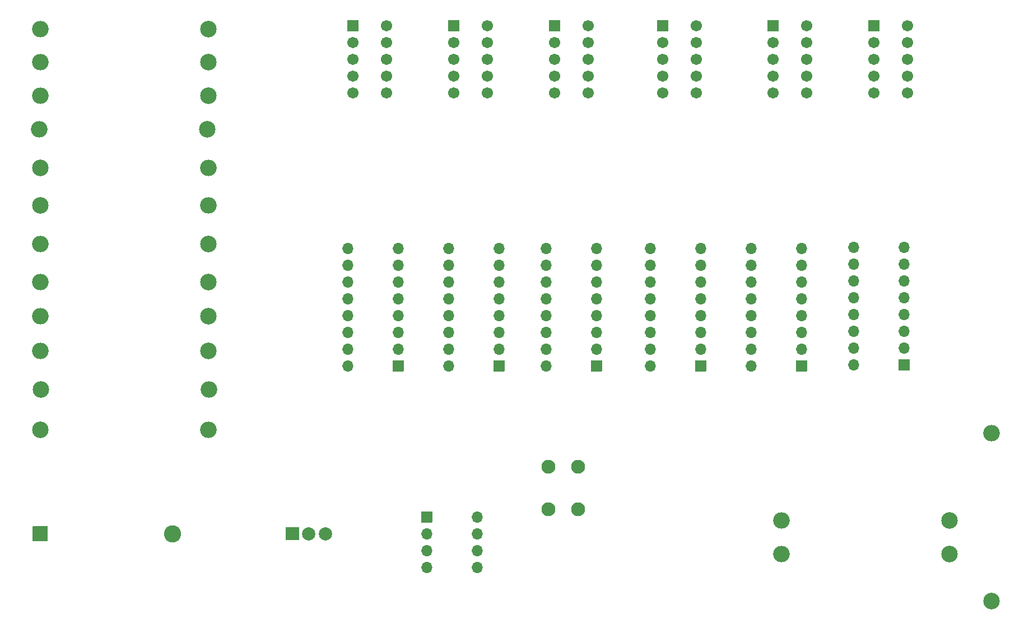
<source format=gbs>
%TF.GenerationSoftware,KiCad,Pcbnew,5.1.8+dfsg1-1*%
%TF.CreationDate,2020-11-15T23:58:27-05:00*%
%TF.ProjectId,cap_pcb,6361705f-7063-4622-9e6b-696361645f70,rev?*%
%TF.SameCoordinates,Original*%
%TF.FileFunction,Soldermask,Bot*%
%TF.FilePolarity,Negative*%
%FSLAX46Y46*%
G04 Gerber Fmt 4.6, Leading zero omitted, Abs format (unit mm)*
G04 Created by KiCad (PCBNEW 5.1.8+dfsg1-1) date 2020-11-15 23:58:27*
%MOMM*%
%LPD*%
G01*
G04 APERTURE LIST*
%ADD10O,2.501600X2.501600*%
%ADD11C,2.501600*%
%ADD12O,1.701600X1.701600*%
%ADD13C,2.101600*%
%ADD14C,2.601600*%
%ADD15C,2.001600*%
%ADD16C,1.701600*%
G04 APERTURE END LIST*
D10*
%TO.C,R13*%
X81280000Y-32893000D03*
D11*
X106680000Y-32893000D03*
%TD*%
%TO.C,U3*%
G36*
G01*
X136232800Y-83020000D02*
X136232800Y-84620000D01*
G75*
G02*
X136182000Y-84670800I-50800J0D01*
G01*
X134582000Y-84670800D01*
G75*
G02*
X134531200Y-84620000I0J50800D01*
G01*
X134531200Y-83020000D01*
G75*
G02*
X134582000Y-82969200I50800J0D01*
G01*
X136182000Y-82969200D01*
G75*
G02*
X136232800Y-83020000I0J-50800D01*
G01*
G37*
D12*
X127762000Y-66040000D03*
X135382000Y-81280000D03*
X127762000Y-68580000D03*
X135382000Y-78740000D03*
X127762000Y-71120000D03*
X135382000Y-76200000D03*
X127762000Y-73660000D03*
X135382000Y-73660000D03*
X127762000Y-76200000D03*
X135382000Y-71120000D03*
X127762000Y-78740000D03*
X135382000Y-68580000D03*
X127762000Y-81280000D03*
X135382000Y-66040000D03*
X127762000Y-83820000D03*
%TD*%
D13*
%TO.C,SW1*%
X162560000Y-105560000D03*
X158060000Y-105560000D03*
X162560000Y-99060000D03*
X158060000Y-99060000D03*
%TD*%
D10*
%TO.C,R14*%
X225044000Y-93980000D03*
D11*
X225044000Y-119380000D03*
%TD*%
%TO.C,BAT1*%
G36*
G01*
X80144200Y-110305000D02*
X80144200Y-108135000D01*
G75*
G02*
X80195000Y-108084200I50800J0D01*
G01*
X82365000Y-108084200D01*
G75*
G02*
X82415800Y-108135000I0J-50800D01*
G01*
X82415800Y-110305000D01*
G75*
G02*
X82365000Y-110355800I-50800J0D01*
G01*
X80195000Y-110355800D01*
G75*
G02*
X80144200Y-110305000I0J50800D01*
G01*
G37*
D14*
X101280000Y-109220000D03*
%TD*%
D10*
%TO.C,R0*%
X193294000Y-107188000D03*
D11*
X218694000Y-107188000D03*
%TD*%
%TO.C,R1*%
X218694000Y-112268000D03*
D10*
X193294000Y-112268000D03*
%TD*%
%TO.C,R2*%
X81280000Y-42926000D03*
D11*
X106680000Y-42926000D03*
%TD*%
%TO.C,R3*%
X106680000Y-76327000D03*
D10*
X81280000Y-76327000D03*
%TD*%
%TO.C,R4*%
X106680000Y-93472000D03*
D11*
X81280000Y-93472000D03*
%TD*%
D10*
%TO.C,R5*%
X106680000Y-59563000D03*
D11*
X81280000Y-59563000D03*
%TD*%
D10*
%TO.C,R6*%
X106807000Y-87376000D03*
D11*
X81407000Y-87376000D03*
%TD*%
%TO.C,R7*%
X81280000Y-53848000D03*
D10*
X106680000Y-53848000D03*
%TD*%
%TO.C,R8*%
X81280000Y-81534000D03*
D11*
X106680000Y-81534000D03*
%TD*%
%TO.C,R9*%
X106553000Y-48006000D03*
D10*
X81153000Y-48006000D03*
%TD*%
%TO.C,R10*%
X81280000Y-71120000D03*
D11*
X106680000Y-71120000D03*
%TD*%
D10*
%TO.C,R11*%
X81280000Y-37846000D03*
D11*
X106680000Y-37846000D03*
%TD*%
D10*
%TO.C,R12*%
X81280000Y-65405000D03*
D11*
X106680000Y-65405000D03*
%TD*%
%TO.C,S1*%
G36*
G01*
X118379200Y-110170000D02*
X118379200Y-108270000D01*
G75*
G02*
X118430000Y-108219200I50800J0D01*
G01*
X120330000Y-108219200D01*
G75*
G02*
X120380800Y-108270000I0J-50800D01*
G01*
X120380800Y-110170000D01*
G75*
G02*
X120330000Y-110220800I-50800J0D01*
G01*
X118430000Y-110220800D01*
G75*
G02*
X118379200Y-110170000I0J50800D01*
G01*
G37*
D15*
X121880000Y-109220000D03*
X124380000Y-109220000D03*
%TD*%
%TO.C,U0*%
G36*
G01*
X138849200Y-107480000D02*
X138849200Y-105880000D01*
G75*
G02*
X138900000Y-105829200I50800J0D01*
G01*
X140500000Y-105829200D01*
G75*
G02*
X140550800Y-105880000I0J-50800D01*
G01*
X140550800Y-107480000D01*
G75*
G02*
X140500000Y-107530800I-50800J0D01*
G01*
X138900000Y-107530800D01*
G75*
G02*
X138849200Y-107480000I0J50800D01*
G01*
G37*
D12*
X147320000Y-114300000D03*
X139700000Y-109220000D03*
X147320000Y-111760000D03*
X139700000Y-111760000D03*
X147320000Y-109220000D03*
X139700000Y-114300000D03*
X147320000Y-106680000D03*
%TD*%
%TO.C,U1*%
G36*
G01*
X181952800Y-83020000D02*
X181952800Y-84620000D01*
G75*
G02*
X181902000Y-84670800I-50800J0D01*
G01*
X180302000Y-84670800D01*
G75*
G02*
X180251200Y-84620000I0J50800D01*
G01*
X180251200Y-83020000D01*
G75*
G02*
X180302000Y-82969200I50800J0D01*
G01*
X181902000Y-82969200D01*
G75*
G02*
X181952800Y-83020000I0J-50800D01*
G01*
G37*
X173482000Y-66040000D03*
X181102000Y-81280000D03*
X173482000Y-68580000D03*
X181102000Y-78740000D03*
X173482000Y-71120000D03*
X181102000Y-76200000D03*
X173482000Y-73660000D03*
X181102000Y-73660000D03*
X173482000Y-76200000D03*
X181102000Y-71120000D03*
X173482000Y-78740000D03*
X181102000Y-68580000D03*
X173482000Y-81280000D03*
X181102000Y-66040000D03*
X173482000Y-83820000D03*
%TD*%
%TO.C,U2*%
G36*
G01*
X174536200Y-33185000D02*
X174536200Y-31585000D01*
G75*
G02*
X174587000Y-31534200I50800J0D01*
G01*
X176187000Y-31534200D01*
G75*
G02*
X176237800Y-31585000I0J-50800D01*
G01*
X176237800Y-33185000D01*
G75*
G02*
X176187000Y-33235800I-50800J0D01*
G01*
X174587000Y-33235800D01*
G75*
G02*
X174536200Y-33185000I0J50800D01*
G01*
G37*
D16*
X175387000Y-34925000D03*
X175387000Y-37465000D03*
X175387000Y-40005000D03*
X175387000Y-42545000D03*
X180467000Y-42545000D03*
X180467000Y-40005000D03*
X180467000Y-37465000D03*
X180467000Y-34925000D03*
X180467000Y-32385000D03*
%TD*%
%TO.C,U4*%
G36*
G01*
X127673200Y-33185000D02*
X127673200Y-31585000D01*
G75*
G02*
X127724000Y-31534200I50800J0D01*
G01*
X129324000Y-31534200D01*
G75*
G02*
X129374800Y-31585000I0J-50800D01*
G01*
X129374800Y-33185000D01*
G75*
G02*
X129324000Y-33235800I-50800J0D01*
G01*
X127724000Y-33235800D01*
G75*
G02*
X127673200Y-33185000I0J50800D01*
G01*
G37*
X128524000Y-34925000D03*
X128524000Y-37465000D03*
X128524000Y-40005000D03*
X128524000Y-42545000D03*
X133604000Y-42545000D03*
X133604000Y-40005000D03*
X133604000Y-37465000D03*
X133604000Y-34925000D03*
X133604000Y-32385000D03*
%TD*%
%TO.C,U5*%
G36*
G01*
X197192800Y-83020000D02*
X197192800Y-84620000D01*
G75*
G02*
X197142000Y-84670800I-50800J0D01*
G01*
X195542000Y-84670800D01*
G75*
G02*
X195491200Y-84620000I0J50800D01*
G01*
X195491200Y-83020000D01*
G75*
G02*
X195542000Y-82969200I50800J0D01*
G01*
X197142000Y-82969200D01*
G75*
G02*
X197192800Y-83020000I0J-50800D01*
G01*
G37*
D12*
X188722000Y-66040000D03*
X196342000Y-81280000D03*
X188722000Y-68580000D03*
X196342000Y-78740000D03*
X188722000Y-71120000D03*
X196342000Y-76200000D03*
X188722000Y-73660000D03*
X196342000Y-73660000D03*
X188722000Y-76200000D03*
X196342000Y-71120000D03*
X188722000Y-78740000D03*
X196342000Y-68580000D03*
X188722000Y-81280000D03*
X196342000Y-66040000D03*
X188722000Y-83820000D03*
%TD*%
D16*
%TO.C,U6*%
X197104000Y-32385000D03*
X197104000Y-34925000D03*
X197104000Y-37465000D03*
X197104000Y-40005000D03*
X197104000Y-42545000D03*
X192024000Y-42545000D03*
X192024000Y-40005000D03*
X192024000Y-37465000D03*
X192024000Y-34925000D03*
G36*
G01*
X191173200Y-33185000D02*
X191173200Y-31585000D01*
G75*
G02*
X191224000Y-31534200I50800J0D01*
G01*
X192824000Y-31534200D01*
G75*
G02*
X192874800Y-31585000I0J-50800D01*
G01*
X192874800Y-33185000D01*
G75*
G02*
X192824000Y-33235800I-50800J0D01*
G01*
X191224000Y-33235800D01*
G75*
G02*
X191173200Y-33185000I0J50800D01*
G01*
G37*
%TD*%
D12*
%TO.C,U7*%
X157734000Y-83820000D03*
X165354000Y-66040000D03*
X157734000Y-81280000D03*
X165354000Y-68580000D03*
X157734000Y-78740000D03*
X165354000Y-71120000D03*
X157734000Y-76200000D03*
X165354000Y-73660000D03*
X157734000Y-73660000D03*
X165354000Y-76200000D03*
X157734000Y-71120000D03*
X165354000Y-78740000D03*
X157734000Y-68580000D03*
X165354000Y-81280000D03*
X157734000Y-66040000D03*
G36*
G01*
X166204800Y-83020000D02*
X166204800Y-84620000D01*
G75*
G02*
X166154000Y-84670800I-50800J0D01*
G01*
X164554000Y-84670800D01*
G75*
G02*
X164503200Y-84620000I0J50800D01*
G01*
X164503200Y-83020000D01*
G75*
G02*
X164554000Y-82969200I50800J0D01*
G01*
X166154000Y-82969200D01*
G75*
G02*
X166204800Y-83020000I0J-50800D01*
G01*
G37*
%TD*%
D16*
%TO.C,U8*%
X164084000Y-32385000D03*
X164084000Y-34925000D03*
X164084000Y-37465000D03*
X164084000Y-40005000D03*
X164084000Y-42545000D03*
X159004000Y-42545000D03*
X159004000Y-40005000D03*
X159004000Y-37465000D03*
X159004000Y-34925000D03*
G36*
G01*
X158153200Y-33185000D02*
X158153200Y-31585000D01*
G75*
G02*
X158204000Y-31534200I50800J0D01*
G01*
X159804000Y-31534200D01*
G75*
G02*
X159854800Y-31585000I0J-50800D01*
G01*
X159854800Y-33185000D01*
G75*
G02*
X159804000Y-33235800I-50800J0D01*
G01*
X158204000Y-33235800D01*
G75*
G02*
X158153200Y-33185000I0J50800D01*
G01*
G37*
%TD*%
D12*
%TO.C,U9*%
X143002000Y-83820000D03*
X150622000Y-66040000D03*
X143002000Y-81280000D03*
X150622000Y-68580000D03*
X143002000Y-78740000D03*
X150622000Y-71120000D03*
X143002000Y-76200000D03*
X150622000Y-73660000D03*
X143002000Y-73660000D03*
X150622000Y-76200000D03*
X143002000Y-71120000D03*
X150622000Y-78740000D03*
X143002000Y-68580000D03*
X150622000Y-81280000D03*
X143002000Y-66040000D03*
G36*
G01*
X151472800Y-83020000D02*
X151472800Y-84620000D01*
G75*
G02*
X151422000Y-84670800I-50800J0D01*
G01*
X149822000Y-84670800D01*
G75*
G02*
X149771200Y-84620000I0J50800D01*
G01*
X149771200Y-83020000D01*
G75*
G02*
X149822000Y-82969200I50800J0D01*
G01*
X151422000Y-82969200D01*
G75*
G02*
X151472800Y-83020000I0J-50800D01*
G01*
G37*
%TD*%
D16*
%TO.C,U10*%
X148844000Y-32385000D03*
X148844000Y-34925000D03*
X148844000Y-37465000D03*
X148844000Y-40005000D03*
X148844000Y-42545000D03*
X143764000Y-42545000D03*
X143764000Y-40005000D03*
X143764000Y-37465000D03*
X143764000Y-34925000D03*
G36*
G01*
X142913200Y-33185000D02*
X142913200Y-31585000D01*
G75*
G02*
X142964000Y-31534200I50800J0D01*
G01*
X144564000Y-31534200D01*
G75*
G02*
X144614800Y-31585000I0J-50800D01*
G01*
X144614800Y-33185000D01*
G75*
G02*
X144564000Y-33235800I-50800J0D01*
G01*
X142964000Y-33235800D01*
G75*
G02*
X142913200Y-33185000I0J50800D01*
G01*
G37*
%TD*%
%TO.C,U11*%
G36*
G01*
X206413200Y-33185000D02*
X206413200Y-31585000D01*
G75*
G02*
X206464000Y-31534200I50800J0D01*
G01*
X208064000Y-31534200D01*
G75*
G02*
X208114800Y-31585000I0J-50800D01*
G01*
X208114800Y-33185000D01*
G75*
G02*
X208064000Y-33235800I-50800J0D01*
G01*
X206464000Y-33235800D01*
G75*
G02*
X206413200Y-33185000I0J50800D01*
G01*
G37*
X207264000Y-34925000D03*
X207264000Y-37465000D03*
X207264000Y-40005000D03*
X207264000Y-42545000D03*
X212344000Y-42545000D03*
X212344000Y-40005000D03*
X212344000Y-37465000D03*
X212344000Y-34925000D03*
X212344000Y-32385000D03*
%TD*%
D12*
%TO.C,U12*%
X204216000Y-83693000D03*
X211836000Y-65913000D03*
X204216000Y-81153000D03*
X211836000Y-68453000D03*
X204216000Y-78613000D03*
X211836000Y-70993000D03*
X204216000Y-76073000D03*
X211836000Y-73533000D03*
X204216000Y-73533000D03*
X211836000Y-76073000D03*
X204216000Y-70993000D03*
X211836000Y-78613000D03*
X204216000Y-68453000D03*
X211836000Y-81153000D03*
X204216000Y-65913000D03*
G36*
G01*
X212686800Y-82893000D02*
X212686800Y-84493000D01*
G75*
G02*
X212636000Y-84543800I-50800J0D01*
G01*
X211036000Y-84543800D01*
G75*
G02*
X210985200Y-84493000I0J50800D01*
G01*
X210985200Y-82893000D01*
G75*
G02*
X211036000Y-82842200I50800J0D01*
G01*
X212636000Y-82842200D01*
G75*
G02*
X212686800Y-82893000I0J-50800D01*
G01*
G37*
%TD*%
M02*

</source>
